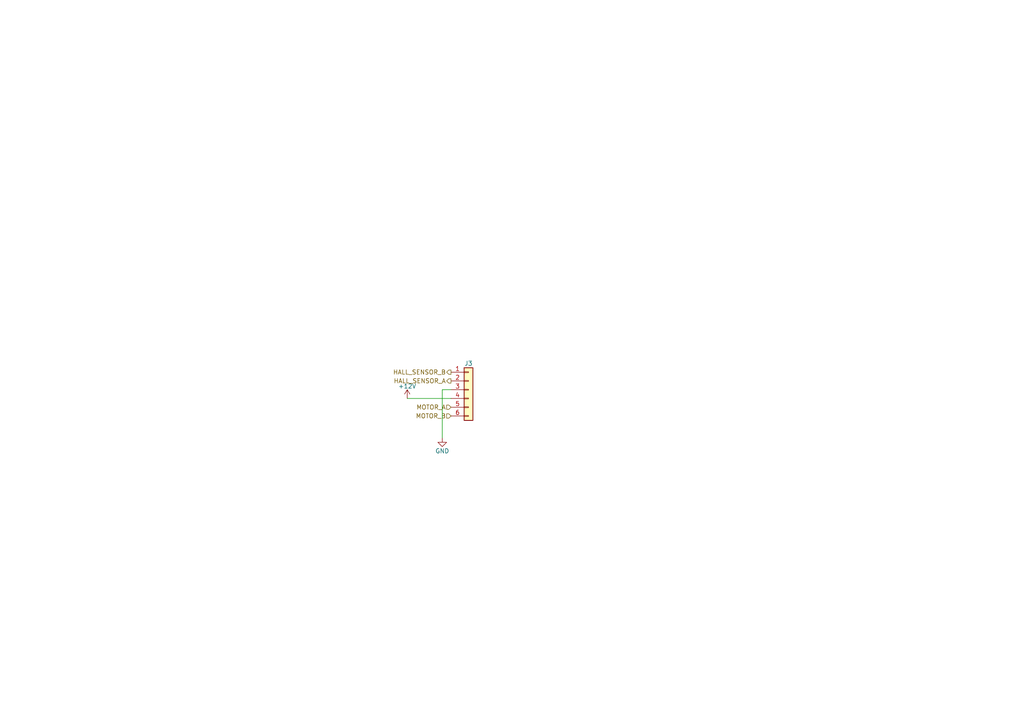
<source format=kicad_sch>
(kicad_sch (version 20230121) (generator eeschema)
  (paper "A4")
  (title_block (title "FooBot-Tests") (date "2023-03-17") (rev "1.0.0") (company "nschoe's labs"))
  (lib_symbols
    (symbol "Connector_Generic:Conn_01x06" (pin_names (offset 1.016) hide)
      (property "Reference" "J" (at 0 7.62 0))
      (property "Value" "Conn_01x06" (at 0 -10.16 0))
      (symbol "Conn_01x06_1_1"
        (rectangle (start -1.27 -7.493) (end 0 -7.747) (stroke (width 0.1524)))
        (rectangle (start -1.27 -4.953) (end 0 -5.207) (stroke (width 0.1524)))
        (rectangle (start -1.27 -2.413) (end 0 -2.667) (stroke (width 0.1524)))
        (rectangle (start -1.27 0.127) (end 0 -0.127) (stroke (width 0.1524)))
        (rectangle (start -1.27 2.667) (end 0 2.413) (stroke (width 0.1524)))
        (rectangle (start -1.27 5.207) (end 0 4.953) (stroke (width 0.1524)))
        (rectangle (start -1.27 6.35) (end 1.27 -8.89) (stroke (width 0.254)) (fill (type background)))
        (pin passive line (at -5.08 5.08 0) (length 3.81) (name "Pin_1") (number "1"))
        (pin passive line (at -5.08 2.54 0) (length 3.81) (name "Pin_2") (number "2"))
        (pin passive line (at -5.08 0 0) (length 3.81) (name "Pin_3") (number "3"))
        (pin passive line (at -5.08 -2.54 0) (length 3.81) (name "Pin_4") (number "4"))
        (pin passive line (at -5.08 -5.08 0) (length 3.81) (name "Pin_5") (number "5"))
        (pin passive line (at -5.08 -7.62 0) (length 3.81) (name "Pin_6") (number "6"))
      )
    )
    (symbol "power:+12V" (power) (pin_names (offset 0))
      (property "Value" "+12V" (at 0 3.556 0))
      (symbol "+12V_0_1"
        (polyline (pts (xy -0.762 1.27) (xy 0 2.54)))
        (polyline (pts (xy 0 0) (xy 0 2.54)))
        (polyline (pts (xy 0 2.54) (xy 0.762 1.27)))
      )
      (symbol "+12V_1_1"
        (pin power_in line (at 0 0 90) (length 0) hide (name "+12V") (number "1"))
      )
    )
    (symbol "power:GND" (power) (pin_names (offset 0))
      (property "Value" "GND" (at 0 -3.81 0))
      (symbol "GND_0_1"
        (polyline (pts (xy 0 0) (xy 0 -1.27) (xy 1.27 -1.27) (xy 0 -2.54) (xy -1.27 -1.27) (xy 0 -1.27)))
      )
      (symbol "GND_1_1"
        (pin power_in line (at 0 0 270) (length 0) hide (name "GND") (number "1"))
      )
    )
  )
  (wire (pts (xy 128.27 113.03) (xy 130.81 113.03)))
  (wire (pts (xy 118.11 115.57) (xy 130.81 115.57)))
  (wire (pts (xy 128.27 127) (xy 128.27 113.03)))
  (hierarchical_label "MOTOR_A" (shape input) (at 130.81 118.11 180))
  (hierarchical_label "HALL_SENSOR_A" (shape output) (at 130.81 110.49 180))
  (hierarchical_label "MOTOR_B" (shape input) (at 130.81 120.65 180))
  (hierarchical_label "HALL_SENSOR_B" (shape output) (at 130.81 107.95 180))
  (symbol (lib_id "Connector_Generic:Conn_01x06") (at 135.89 113.03 0) (unit 1)
    (property "Reference" "J3" (at 135.89 105.41 0))
    (property "Value" "Conn_01x06" (effects hide))
    (property "Footprint" "Connector_JST:JST_PH_S6B-PH-K_1x06_P2.00mm_Horizontal" (effects hide))
    (property "Datasheet" "https://datasheet.lcsc.com/lcsc/1811051115_JST-Sales-America-S6B-PH-K-S-LF-SN_C157920.pdf" (effects hide))
    (property "LCSC Part" "C157920" (effects hide))
    (property "MPN" "S6B-PH-K-S(LF)(SN)" (effects hide))
  )
  (symbol (lib_id "power:+12V") (at 118.11 115.57 0) (unit 1)
    (property "Reference" "#PWR017" (effects hide))
    (property "Value" "+12V" (at 118.11 112.014 0))
  )
  (symbol (lib_id "power:GND") (at 128.27 127 0) (unit 1)
    (property "Reference" "#PWR029" (effects hide))
    (property "Value" "GND" (at 128.27 130.81 0))
  )
)
</source>
